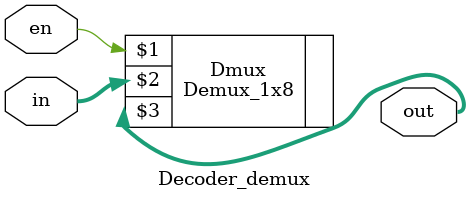
<source format=v>
`timescale 1ns / 1ps

module Decoder_demux(
input en,
input [2:0]in,
output [7:0]out);

Demux_1x8 Dmux(en,in,out);

endmodule

</source>
